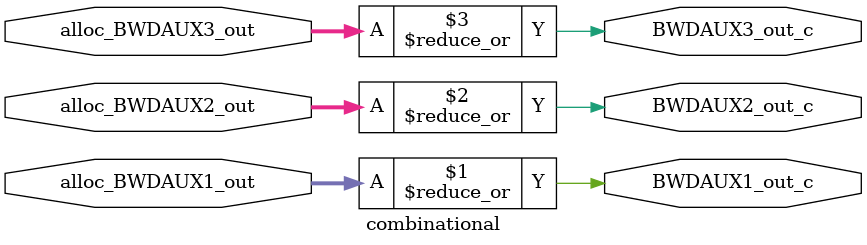
<source format=v>
`include "noc_parameters.v"

module combinational(alloc_BWDAUX1_out, alloc_BWDAUX2_out, alloc_BWDAUX3_out, BWDAUX1_out_c, BWDAUX2_out_c, BWDAUX3_out_c);

    parameter SWITCH_OUTPUTS = 4;

    input  [SWITCH_OUTPUTS - 1 : 0] alloc_BWDAUX1_out;
    input  [SWITCH_OUTPUTS - 1 : 0] alloc_BWDAUX2_out;
    input  [SWITCH_OUTPUTS - 1 : 0] alloc_BWDAUX3_out;
    output BWDAUX1_out_c;
    output BWDAUX2_out_c;
    output BWDAUX3_out_c;

    assign BWDAUX1_out_c = (| alloc_BWDAUX1_out); // OR reduction
    assign BWDAUX2_out_c = (| alloc_BWDAUX2_out); // OR reduction
    assign BWDAUX3_out_c = (| alloc_BWDAUX3_out); // OR reduction

endmodule

</source>
